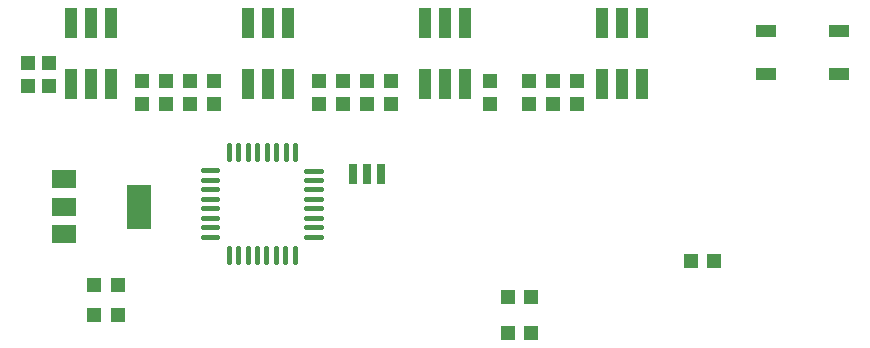
<source format=gtp>
G04 ---------------------------- Layer name :TOP PASTER LAYER*
G04 EasyEDA v5.4.12, Wed, 23 May 2018 11:05:33 GMT*
G04 2d2955f7f8a9499e967eeb654262379c*
G04 Gerber Generator version 0.2*
G04 Scale: 100 percent, Rotated: No, Reflected: No *
G04 Dimensions in millimeters *
G04 leading zeros omitted , absolute positions ,3 integer and 3 decimal *
%FSLAX33Y33*%
%MOMM*%
G90*
G71D02*

%ADD13C,0.449999*%
%ADD15R,1.999996X3.799992*%
%ADD16R,1.999996X1.499997*%
%ADD17R,0.701040X1.699260*%
%ADD18R,1.799996X1.099998*%
%ADD19R,1.099998X2.499995*%
%ADD20R,1.206500X1.206500*%
%ADD21R,1.206500X1.206998*%

%LPD*%
G54D13*
G01X28194Y9763D02*
G01X28194Y10962D01*
G01X27393Y9763D02*
G01X27393Y10962D01*
G01X26593Y9763D02*
G01X26593Y10962D01*
G01X25793Y9763D02*
G01X25793Y10962D01*
G01X24996Y9763D02*
G01X24996Y10962D01*
G01X24196Y9763D02*
G01X24196Y10962D01*
G01X23395Y9763D02*
G01X23395Y10962D01*
G01X22595Y9763D02*
G01X22595Y10962D01*
G01X21630Y11938D02*
G01X20431Y11938D01*
G01X21630Y12738D02*
G01X20431Y12738D01*
G01X21630Y13538D02*
G01X20431Y13538D01*
G01X21630Y14338D02*
G01X20431Y14338D01*
G01X21630Y15135D02*
G01X20431Y15135D01*
G01X21630Y15935D02*
G01X20431Y15935D01*
G01X21630Y16736D02*
G01X20431Y16736D01*
G01X21630Y17536D02*
G01X20431Y17536D01*
G01X22606Y18526D02*
G01X22606Y19725D01*
G01X23406Y18526D02*
G01X23406Y19725D01*
G01X24206Y18526D02*
G01X24206Y19725D01*
G01X25006Y18526D02*
G01X25006Y19725D01*
G01X25803Y18526D02*
G01X25803Y19725D01*
G01X26603Y18526D02*
G01X26603Y19725D01*
G01X27404Y18526D02*
G01X27404Y19725D01*
G01X28204Y18526D02*
G01X28204Y19725D01*
G01X30368Y17526D02*
G01X29169Y17526D01*
G01X30368Y16725D02*
G01X29169Y16725D01*
G01X30368Y15925D02*
G01X29169Y15925D01*
G01X30368Y15125D02*
G01X29169Y15125D01*
G01X30368Y14328D02*
G01X29169Y14328D01*
G01X30368Y13528D02*
G01X29169Y13528D01*
G01X30368Y12727D02*
G01X29169Y12727D01*
G01X30368Y11927D02*
G01X29169Y11927D01*
G54D15*
G01X14986Y14478D03*
G54D16*
G01X8686Y14478D03*
G01X8686Y12176D03*
G01X8686Y16776D03*
G54D17*
G01X33096Y17270D03*
G01X34290Y17270D03*
G01X35483Y17270D03*
G54D18*
G01X68070Y29371D03*
G01X68070Y25670D03*
G01X74270Y29371D03*
G01X74270Y25670D03*
G54D19*
G01X57581Y30030D03*
G01X55880Y30030D03*
G01X54180Y30030D03*
G01X57581Y24831D03*
G01X55880Y24831D03*
G01X54180Y24831D03*
G01X42593Y30030D03*
G01X40894Y30030D03*
G01X39194Y30030D03*
G01X42593Y24831D03*
G01X40894Y24831D03*
G01X39194Y24831D03*
G01X27609Y30030D03*
G01X25908Y30030D03*
G01X24208Y30030D03*
G01X27609Y24831D03*
G01X25908Y24831D03*
G01X24208Y24831D03*
G01X12621Y30030D03*
G01X10922Y30030D03*
G01X9222Y30030D03*
G01X12621Y24831D03*
G01X10922Y24831D03*
G01X9222Y24831D03*
G54D20*
G01X61723Y9904D03*
G01X63704Y9904D03*
G01X13210Y7871D03*
G01X11229Y7871D03*
G01X13210Y5331D03*
G01X11229Y5331D03*
G54D21*
G01X15242Y25146D03*
G54D20*
G01X15242Y23164D03*
G54D21*
G01X17274Y25146D03*
G54D20*
G01X17274Y23164D03*
G54D21*
G01X19306Y25146D03*
G54D20*
G01X19306Y23164D03*
G54D21*
G01X21338Y25146D03*
G54D20*
G01X21338Y23164D03*
G01X46228Y3810D03*
G01X48209Y3810D03*
G01X46230Y6855D03*
G01X48211Y6855D03*
G54D21*
G01X30228Y25146D03*
G54D20*
G01X30228Y23164D03*
G54D21*
G01X32260Y25146D03*
G54D20*
G01X32260Y23164D03*
G54D21*
G01X34292Y25146D03*
G54D20*
G01X34292Y23164D03*
G54D21*
G01X36324Y25146D03*
G54D20*
G01X36324Y23164D03*
G54D21*
G01X44706Y25146D03*
G54D20*
G01X44706Y23164D03*
G54D21*
G01X48008Y25146D03*
G54D20*
G01X48008Y23164D03*
G54D21*
G01X50040Y25146D03*
G54D20*
G01X50040Y23164D03*
G54D21*
G01X52072Y25146D03*
G54D20*
G01X52072Y23164D03*
G54D21*
G01X5590Y26670D03*
G54D20*
G01X5590Y24688D03*
G54D21*
G01X7368Y26667D03*
G54D20*
G01X7368Y24686D03*
M00*
M02*

</source>
